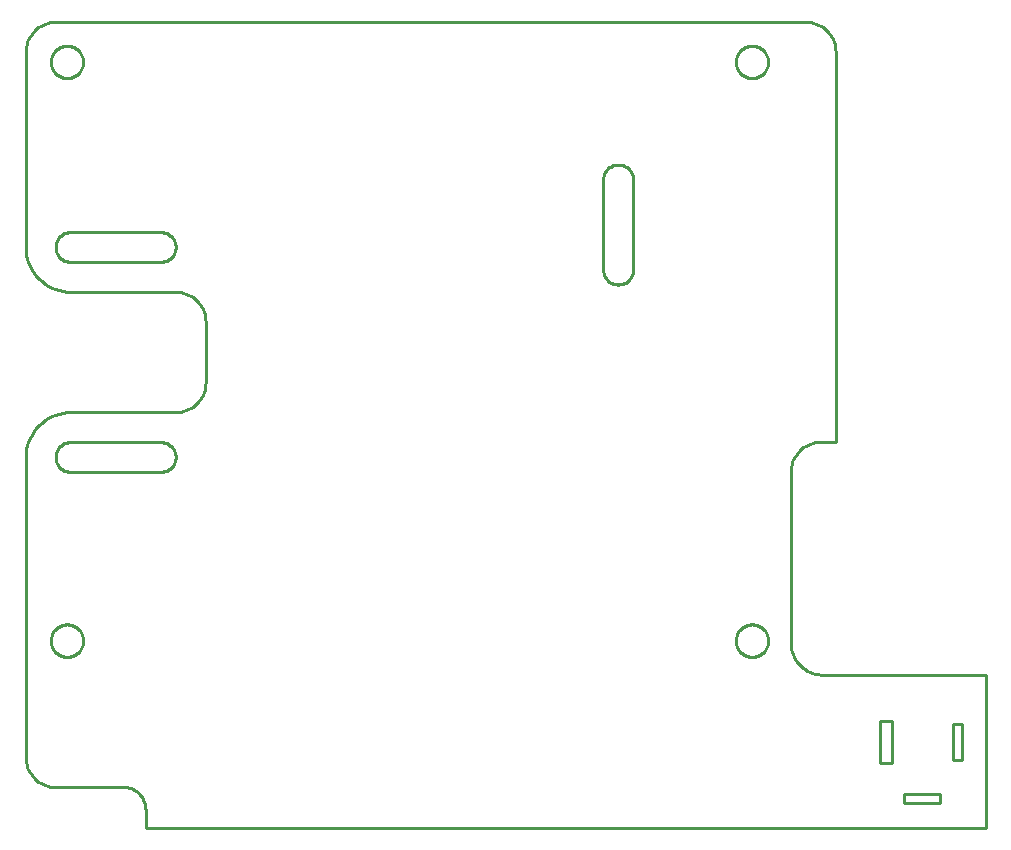
<source format=gbr>
G04 EAGLE Gerber RS-274X export*
G75*
%MOMM*%
%FSLAX34Y34*%
%LPD*%
%IN*%
%IPPOS*%
%AMOC8*
5,1,8,0,0,1.08239X$1,22.5*%
G01*
%ADD10C,0.254000*%


D10*
X0Y76200D02*
X97Y73986D01*
X386Y71789D01*
X865Y69626D01*
X1532Y67513D01*
X2380Y65466D01*
X3403Y63500D01*
X4594Y61631D01*
X5942Y59873D01*
X7440Y58240D01*
X9073Y56742D01*
X10831Y55394D01*
X12700Y54203D01*
X14666Y53180D01*
X16713Y52332D01*
X18826Y51665D01*
X20989Y51186D01*
X23186Y50897D01*
X25400Y50800D01*
X82550Y50800D01*
X84210Y50728D01*
X85858Y50511D01*
X87481Y50151D01*
X89065Y49651D01*
X90601Y49015D01*
X92075Y48248D01*
X93477Y47355D01*
X94795Y46343D01*
X96020Y45220D01*
X97143Y43995D01*
X98155Y42677D01*
X99048Y41275D01*
X99815Y39801D01*
X100451Y38265D01*
X100951Y36681D01*
X101311Y35058D01*
X101528Y33410D01*
X101600Y31750D01*
X101600Y15875D01*
X812800Y15875D01*
X812800Y146050D01*
X673100Y146050D01*
X670754Y146291D01*
X668438Y146736D01*
X666169Y147380D01*
X663965Y148221D01*
X661843Y149249D01*
X659819Y150459D01*
X657908Y151841D01*
X656124Y153384D01*
X654482Y155077D01*
X652993Y156906D01*
X651670Y158859D01*
X650522Y160919D01*
X649558Y163071D01*
X648785Y165299D01*
X648209Y167586D01*
X647834Y169915D01*
X647664Y172267D01*
X647700Y174625D01*
X647700Y317500D01*
X647797Y319714D01*
X648086Y321911D01*
X648565Y324074D01*
X649232Y326187D01*
X650080Y328235D01*
X651103Y330200D01*
X652294Y332069D01*
X653642Y333827D01*
X655140Y335461D01*
X656773Y336958D01*
X658531Y338306D01*
X660400Y339497D01*
X662366Y340520D01*
X664413Y341368D01*
X666526Y342035D01*
X668689Y342514D01*
X670886Y342803D01*
X673100Y342900D01*
X685800Y342900D01*
X685800Y673100D01*
X685703Y675314D01*
X685414Y677511D01*
X684935Y679674D01*
X684268Y681787D01*
X683420Y683835D01*
X682397Y685800D01*
X681206Y687669D01*
X679858Y689427D01*
X678361Y691061D01*
X676727Y692558D01*
X674969Y693906D01*
X673100Y695097D01*
X671135Y696120D01*
X669087Y696968D01*
X666974Y697635D01*
X664811Y698114D01*
X662614Y698403D01*
X660400Y698500D01*
X25400Y698500D01*
X23186Y698403D01*
X20989Y698114D01*
X18826Y697635D01*
X16713Y696968D01*
X14666Y696120D01*
X12700Y695097D01*
X10831Y693906D01*
X9073Y692558D01*
X7440Y691061D01*
X5942Y689427D01*
X4594Y687669D01*
X3403Y685800D01*
X2380Y683835D01*
X1532Y681787D01*
X865Y679674D01*
X386Y677511D01*
X97Y675314D01*
X0Y673100D01*
X0Y508000D01*
X145Y504679D01*
X579Y501384D01*
X1298Y498139D01*
X2298Y494969D01*
X3570Y491898D01*
X5104Y488950D01*
X6890Y486147D01*
X8914Y483510D01*
X11159Y481059D01*
X13610Y478814D01*
X16247Y476790D01*
X19050Y475004D01*
X21998Y473470D01*
X25069Y472198D01*
X28239Y471198D01*
X31484Y470479D01*
X34779Y470045D01*
X38100Y469900D01*
X127000Y469900D01*
X129214Y469803D01*
X131411Y469514D01*
X133574Y469035D01*
X135687Y468368D01*
X137735Y467520D01*
X139700Y466497D01*
X141569Y465306D01*
X143327Y463958D01*
X144961Y462461D01*
X146458Y460827D01*
X147806Y459069D01*
X148997Y457200D01*
X150020Y455235D01*
X150868Y453187D01*
X151535Y451074D01*
X152014Y448911D01*
X152303Y446714D01*
X152400Y444500D01*
X152400Y393700D01*
X152303Y391486D01*
X152014Y389289D01*
X151535Y387126D01*
X150868Y385013D01*
X150020Y382966D01*
X148997Y381000D01*
X147806Y379131D01*
X146458Y377373D01*
X144961Y375740D01*
X143327Y374242D01*
X141569Y372894D01*
X139700Y371703D01*
X137735Y370680D01*
X135687Y369832D01*
X133574Y369165D01*
X131411Y368686D01*
X129214Y368397D01*
X127000Y368300D01*
X38100Y368300D01*
X34779Y368155D01*
X31484Y367721D01*
X28239Y367002D01*
X25069Y366002D01*
X21998Y364730D01*
X19050Y363196D01*
X16247Y361410D01*
X13610Y359386D01*
X11159Y357141D01*
X8914Y354690D01*
X6890Y352053D01*
X5104Y349250D01*
X3570Y346302D01*
X2298Y343231D01*
X1298Y340061D01*
X579Y336816D01*
X145Y333521D01*
X0Y330200D01*
X0Y76200D01*
X488950Y488950D02*
X488998Y487843D01*
X489143Y486745D01*
X489383Y485663D01*
X489716Y484606D01*
X490140Y483583D01*
X490651Y482600D01*
X491247Y481666D01*
X491921Y480787D01*
X492670Y479970D01*
X493487Y479221D01*
X494366Y478547D01*
X495300Y477951D01*
X496283Y477440D01*
X497306Y477016D01*
X498363Y476683D01*
X499445Y476443D01*
X500543Y476298D01*
X501650Y476250D01*
X502757Y476298D01*
X503855Y476443D01*
X504937Y476683D01*
X505994Y477016D01*
X507017Y477440D01*
X508000Y477951D01*
X508934Y478547D01*
X509813Y479221D01*
X510630Y479970D01*
X511379Y480787D01*
X512053Y481666D01*
X512649Y482600D01*
X513160Y483583D01*
X513584Y484606D01*
X513917Y485663D01*
X514157Y486745D01*
X514302Y487843D01*
X514350Y488950D01*
X514350Y565150D01*
X514302Y566257D01*
X514157Y567355D01*
X513917Y568437D01*
X513584Y569494D01*
X513160Y570517D01*
X512649Y571500D01*
X512053Y572434D01*
X511379Y573313D01*
X510630Y574130D01*
X509813Y574879D01*
X508934Y575553D01*
X508000Y576149D01*
X507017Y576660D01*
X505994Y577084D01*
X504937Y577417D01*
X503855Y577657D01*
X502757Y577802D01*
X501650Y577850D01*
X500543Y577802D01*
X499445Y577657D01*
X498363Y577417D01*
X497306Y577084D01*
X496283Y576660D01*
X495300Y576149D01*
X494366Y575553D01*
X493487Y574879D01*
X492670Y574130D01*
X491921Y573313D01*
X491247Y572434D01*
X490651Y571500D01*
X490140Y570517D01*
X489716Y569494D01*
X489383Y568437D01*
X489143Y567355D01*
X488998Y566257D01*
X488950Y565150D01*
X488950Y488950D01*
X25400Y330200D02*
X25448Y329093D01*
X25593Y327995D01*
X25833Y326913D01*
X26166Y325856D01*
X26590Y324833D01*
X27101Y323850D01*
X27697Y322916D01*
X28371Y322037D01*
X29120Y321220D01*
X29937Y320471D01*
X30816Y319797D01*
X31750Y319201D01*
X32733Y318690D01*
X33756Y318266D01*
X34813Y317933D01*
X35895Y317693D01*
X36993Y317548D01*
X38100Y317500D01*
X114300Y317500D01*
X115407Y317548D01*
X116505Y317693D01*
X117587Y317933D01*
X118644Y318266D01*
X119667Y318690D01*
X120650Y319201D01*
X121584Y319797D01*
X122463Y320471D01*
X123280Y321220D01*
X124029Y322037D01*
X124703Y322916D01*
X125299Y323850D01*
X125810Y324833D01*
X126234Y325856D01*
X126567Y326913D01*
X126807Y327995D01*
X126952Y329093D01*
X127000Y330200D01*
X126952Y331307D01*
X126807Y332405D01*
X126567Y333487D01*
X126234Y334544D01*
X125810Y335567D01*
X125299Y336550D01*
X124703Y337484D01*
X124029Y338363D01*
X123280Y339180D01*
X122463Y339929D01*
X121584Y340603D01*
X120650Y341199D01*
X119667Y341710D01*
X118644Y342134D01*
X117587Y342467D01*
X116505Y342707D01*
X115407Y342852D01*
X114300Y342900D01*
X38100Y342900D01*
X36993Y342852D01*
X35895Y342707D01*
X34813Y342467D01*
X33756Y342134D01*
X32733Y341710D01*
X31750Y341199D01*
X30816Y340603D01*
X29937Y339929D01*
X29120Y339180D01*
X28371Y338363D01*
X27697Y337484D01*
X27101Y336550D01*
X26590Y335567D01*
X26166Y334544D01*
X25833Y333487D01*
X25593Y332405D01*
X25448Y331307D01*
X25400Y330200D01*
X25400Y508000D02*
X25448Y506893D01*
X25593Y505795D01*
X25833Y504713D01*
X26166Y503656D01*
X26590Y502633D01*
X27101Y501650D01*
X27697Y500716D01*
X28371Y499837D01*
X29120Y499020D01*
X29937Y498271D01*
X30816Y497597D01*
X31750Y497001D01*
X32733Y496490D01*
X33756Y496066D01*
X34813Y495733D01*
X35895Y495493D01*
X36993Y495348D01*
X38100Y495300D01*
X114300Y495300D01*
X115407Y495348D01*
X116505Y495493D01*
X117587Y495733D01*
X118644Y496066D01*
X119667Y496490D01*
X120650Y497001D01*
X121584Y497597D01*
X122463Y498271D01*
X123280Y499020D01*
X124029Y499837D01*
X124703Y500716D01*
X125299Y501650D01*
X125810Y502633D01*
X126234Y503656D01*
X126567Y504713D01*
X126807Y505795D01*
X126952Y506893D01*
X127000Y508000D01*
X126952Y509107D01*
X126807Y510205D01*
X126567Y511287D01*
X126234Y512344D01*
X125810Y513367D01*
X125299Y514350D01*
X124703Y515284D01*
X124029Y516163D01*
X123280Y516980D01*
X122463Y517729D01*
X121584Y518403D01*
X120650Y518999D01*
X119667Y519510D01*
X118644Y519934D01*
X117587Y520267D01*
X116505Y520507D01*
X115407Y520652D01*
X114300Y520700D01*
X38100Y520700D01*
X36993Y520652D01*
X35895Y520507D01*
X34813Y520267D01*
X33756Y519934D01*
X32733Y519510D01*
X31750Y518999D01*
X30816Y518403D01*
X29937Y517729D01*
X29120Y516980D01*
X28371Y516163D01*
X27697Y515284D01*
X27101Y514350D01*
X26590Y513367D01*
X26166Y512344D01*
X25833Y511287D01*
X25593Y510205D01*
X25448Y509107D01*
X25400Y508000D01*
X743825Y36900D02*
X773825Y36900D01*
X773825Y44900D01*
X743825Y44900D01*
X743825Y36900D01*
X784825Y73900D02*
X792825Y73900D01*
X792825Y103900D01*
X784825Y103900D01*
X784825Y73900D01*
X723825Y71400D02*
X733825Y71400D01*
X733825Y106400D01*
X723825Y106400D01*
X723825Y71400D01*
X48750Y174209D02*
X48680Y173229D01*
X48540Y172257D01*
X48331Y171297D01*
X48055Y170355D01*
X47711Y169435D01*
X47303Y168541D01*
X46833Y167679D01*
X46302Y166853D01*
X45713Y166067D01*
X45070Y165325D01*
X44375Y164630D01*
X43633Y163987D01*
X42847Y163398D01*
X42021Y162867D01*
X41159Y162397D01*
X40265Y161989D01*
X39345Y161645D01*
X38403Y161369D01*
X37443Y161160D01*
X36471Y161020D01*
X35491Y160950D01*
X34509Y160950D01*
X33529Y161020D01*
X32557Y161160D01*
X31597Y161369D01*
X30655Y161645D01*
X29735Y161989D01*
X28841Y162397D01*
X27979Y162867D01*
X27153Y163398D01*
X26367Y163987D01*
X25625Y164630D01*
X24930Y165325D01*
X24287Y166067D01*
X23698Y166853D01*
X23167Y167679D01*
X22697Y168541D01*
X22289Y169435D01*
X21945Y170355D01*
X21669Y171297D01*
X21460Y172257D01*
X21320Y173229D01*
X21250Y174209D01*
X21250Y175191D01*
X21320Y176171D01*
X21460Y177143D01*
X21669Y178103D01*
X21945Y179045D01*
X22289Y179965D01*
X22697Y180859D01*
X23167Y181721D01*
X23698Y182547D01*
X24287Y183333D01*
X24930Y184075D01*
X25625Y184770D01*
X26367Y185413D01*
X27153Y186002D01*
X27979Y186533D01*
X28841Y187003D01*
X29735Y187411D01*
X30655Y187755D01*
X31597Y188031D01*
X32557Y188240D01*
X33529Y188380D01*
X34509Y188450D01*
X35491Y188450D01*
X36471Y188380D01*
X37443Y188240D01*
X38403Y188031D01*
X39345Y187755D01*
X40265Y187411D01*
X41159Y187003D01*
X42021Y186533D01*
X42847Y186002D01*
X43633Y185413D01*
X44375Y184770D01*
X45070Y184075D01*
X45713Y183333D01*
X46302Y182547D01*
X46833Y181721D01*
X47303Y180859D01*
X47711Y179965D01*
X48055Y179045D01*
X48331Y178103D01*
X48540Y177143D01*
X48680Y176171D01*
X48750Y175191D01*
X48750Y174209D01*
X628750Y174209D02*
X628680Y173229D01*
X628540Y172257D01*
X628331Y171297D01*
X628055Y170355D01*
X627711Y169435D01*
X627303Y168541D01*
X626833Y167679D01*
X626302Y166853D01*
X625713Y166067D01*
X625070Y165325D01*
X624375Y164630D01*
X623633Y163987D01*
X622847Y163398D01*
X622021Y162867D01*
X621159Y162397D01*
X620265Y161989D01*
X619345Y161645D01*
X618403Y161369D01*
X617443Y161160D01*
X616471Y161020D01*
X615491Y160950D01*
X614509Y160950D01*
X613529Y161020D01*
X612557Y161160D01*
X611597Y161369D01*
X610655Y161645D01*
X609735Y161989D01*
X608841Y162397D01*
X607979Y162867D01*
X607153Y163398D01*
X606367Y163987D01*
X605625Y164630D01*
X604930Y165325D01*
X604287Y166067D01*
X603698Y166853D01*
X603167Y167679D01*
X602697Y168541D01*
X602289Y169435D01*
X601945Y170355D01*
X601669Y171297D01*
X601460Y172257D01*
X601320Y173229D01*
X601250Y174209D01*
X601250Y175191D01*
X601320Y176171D01*
X601460Y177143D01*
X601669Y178103D01*
X601945Y179045D01*
X602289Y179965D01*
X602697Y180859D01*
X603167Y181721D01*
X603698Y182547D01*
X604287Y183333D01*
X604930Y184075D01*
X605625Y184770D01*
X606367Y185413D01*
X607153Y186002D01*
X607979Y186533D01*
X608841Y187003D01*
X609735Y187411D01*
X610655Y187755D01*
X611597Y188031D01*
X612557Y188240D01*
X613529Y188380D01*
X614509Y188450D01*
X615491Y188450D01*
X616471Y188380D01*
X617443Y188240D01*
X618403Y188031D01*
X619345Y187755D01*
X620265Y187411D01*
X621159Y187003D01*
X622021Y186533D01*
X622847Y186002D01*
X623633Y185413D01*
X624375Y184770D01*
X625070Y184075D01*
X625713Y183333D01*
X626302Y182547D01*
X626833Y181721D01*
X627303Y180859D01*
X627711Y179965D01*
X628055Y179045D01*
X628331Y178103D01*
X628540Y177143D01*
X628680Y176171D01*
X628750Y175191D01*
X628750Y174209D01*
X48750Y664209D02*
X48680Y663229D01*
X48540Y662257D01*
X48331Y661297D01*
X48055Y660355D01*
X47711Y659435D01*
X47303Y658541D01*
X46833Y657679D01*
X46302Y656853D01*
X45713Y656067D01*
X45070Y655325D01*
X44375Y654630D01*
X43633Y653987D01*
X42847Y653398D01*
X42021Y652867D01*
X41159Y652397D01*
X40265Y651989D01*
X39345Y651645D01*
X38403Y651369D01*
X37443Y651160D01*
X36471Y651020D01*
X35491Y650950D01*
X34509Y650950D01*
X33529Y651020D01*
X32557Y651160D01*
X31597Y651369D01*
X30655Y651645D01*
X29735Y651989D01*
X28841Y652397D01*
X27979Y652867D01*
X27153Y653398D01*
X26367Y653987D01*
X25625Y654630D01*
X24930Y655325D01*
X24287Y656067D01*
X23698Y656853D01*
X23167Y657679D01*
X22697Y658541D01*
X22289Y659435D01*
X21945Y660355D01*
X21669Y661297D01*
X21460Y662257D01*
X21320Y663229D01*
X21250Y664209D01*
X21250Y665191D01*
X21320Y666171D01*
X21460Y667143D01*
X21669Y668103D01*
X21945Y669045D01*
X22289Y669965D01*
X22697Y670859D01*
X23167Y671721D01*
X23698Y672547D01*
X24287Y673333D01*
X24930Y674075D01*
X25625Y674770D01*
X26367Y675413D01*
X27153Y676002D01*
X27979Y676533D01*
X28841Y677003D01*
X29735Y677411D01*
X30655Y677755D01*
X31597Y678031D01*
X32557Y678240D01*
X33529Y678380D01*
X34509Y678450D01*
X35491Y678450D01*
X36471Y678380D01*
X37443Y678240D01*
X38403Y678031D01*
X39345Y677755D01*
X40265Y677411D01*
X41159Y677003D01*
X42021Y676533D01*
X42847Y676002D01*
X43633Y675413D01*
X44375Y674770D01*
X45070Y674075D01*
X45713Y673333D01*
X46302Y672547D01*
X46833Y671721D01*
X47303Y670859D01*
X47711Y669965D01*
X48055Y669045D01*
X48331Y668103D01*
X48540Y667143D01*
X48680Y666171D01*
X48750Y665191D01*
X48750Y664209D01*
X628750Y664209D02*
X628680Y663229D01*
X628540Y662257D01*
X628331Y661297D01*
X628055Y660355D01*
X627711Y659435D01*
X627303Y658541D01*
X626833Y657679D01*
X626302Y656853D01*
X625713Y656067D01*
X625070Y655325D01*
X624375Y654630D01*
X623633Y653987D01*
X622847Y653398D01*
X622021Y652867D01*
X621159Y652397D01*
X620265Y651989D01*
X619345Y651645D01*
X618403Y651369D01*
X617443Y651160D01*
X616471Y651020D01*
X615491Y650950D01*
X614509Y650950D01*
X613529Y651020D01*
X612557Y651160D01*
X611597Y651369D01*
X610655Y651645D01*
X609735Y651989D01*
X608841Y652397D01*
X607979Y652867D01*
X607153Y653398D01*
X606367Y653987D01*
X605625Y654630D01*
X604930Y655325D01*
X604287Y656067D01*
X603698Y656853D01*
X603167Y657679D01*
X602697Y658541D01*
X602289Y659435D01*
X601945Y660355D01*
X601669Y661297D01*
X601460Y662257D01*
X601320Y663229D01*
X601250Y664209D01*
X601250Y665191D01*
X601320Y666171D01*
X601460Y667143D01*
X601669Y668103D01*
X601945Y669045D01*
X602289Y669965D01*
X602697Y670859D01*
X603167Y671721D01*
X603698Y672547D01*
X604287Y673333D01*
X604930Y674075D01*
X605625Y674770D01*
X606367Y675413D01*
X607153Y676002D01*
X607979Y676533D01*
X608841Y677003D01*
X609735Y677411D01*
X610655Y677755D01*
X611597Y678031D01*
X612557Y678240D01*
X613529Y678380D01*
X614509Y678450D01*
X615491Y678450D01*
X616471Y678380D01*
X617443Y678240D01*
X618403Y678031D01*
X619345Y677755D01*
X620265Y677411D01*
X621159Y677003D01*
X622021Y676533D01*
X622847Y676002D01*
X623633Y675413D01*
X624375Y674770D01*
X625070Y674075D01*
X625713Y673333D01*
X626302Y672547D01*
X626833Y671721D01*
X627303Y670859D01*
X627711Y669965D01*
X628055Y669045D01*
X628331Y668103D01*
X628540Y667143D01*
X628680Y666171D01*
X628750Y665191D01*
X628750Y664209D01*
M02*

</source>
